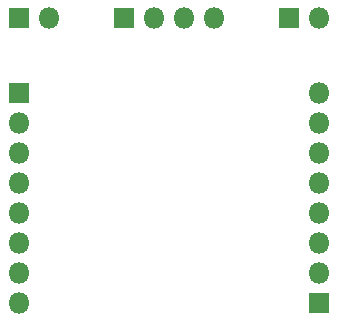
<source format=gbr>
%TF.GenerationSoftware,KiCad,Pcbnew,(5.1.6)-1*%
%TF.CreationDate,2021-04-07T17:56:13+02:00*%
%TF.ProjectId,port_expander,706f7274-5f65-4787-9061-6e6465722e6b,rev?*%
%TF.SameCoordinates,Original*%
%TF.FileFunction,Soldermask,Bot*%
%TF.FilePolarity,Negative*%
%FSLAX46Y46*%
G04 Gerber Fmt 4.6, Leading zero omitted, Abs format (unit mm)*
G04 Created by KiCad (PCBNEW (5.1.6)-1) date 2021-04-07 17:56:13*
%MOMM*%
%LPD*%
G01*
G04 APERTURE LIST*
%ADD10R,1.800000X1.800000*%
%ADD11O,1.800000X1.800000*%
G04 APERTURE END LIST*
D10*
%TO.C,J1*%
X139700000Y-72390000D03*
D11*
X139700000Y-69850000D03*
X139700000Y-67310000D03*
X139700000Y-64770000D03*
X139700000Y-62230000D03*
X139700000Y-59690000D03*
X139700000Y-57150000D03*
X139700000Y-54610000D03*
%TD*%
%TO.C,J2*%
X114300000Y-72390000D03*
X114300000Y-69850000D03*
X114300000Y-67310000D03*
X114300000Y-64770000D03*
X114300000Y-62230000D03*
X114300000Y-59690000D03*
X114300000Y-57150000D03*
D10*
X114300000Y-54610000D03*
%TD*%
%TO.C,J3*%
X137160000Y-48260000D03*
D11*
X139700000Y-48260000D03*
%TD*%
D10*
%TO.C,J4*%
X123190000Y-48260000D03*
D11*
X125730000Y-48260000D03*
X128270000Y-48260000D03*
X130810000Y-48260000D03*
%TD*%
D10*
%TO.C,J5*%
X114300000Y-48260000D03*
D11*
X116840000Y-48260000D03*
%TD*%
M02*

</source>
